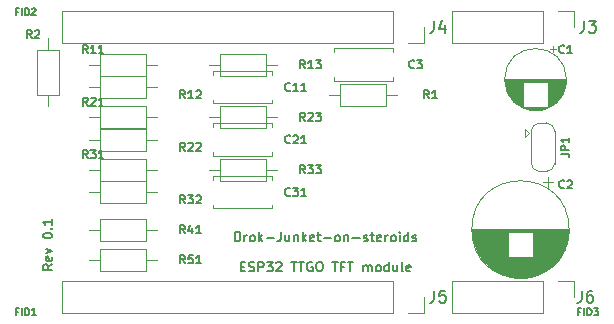
<source format=gto>
G04 #@! TF.GenerationSoftware,KiCad,Pcbnew,(5.1.6-0-10_14)*
G04 #@! TF.CreationDate,2021-03-18T20:19:54+00:00*
G04 #@! TF.ProjectId,JunketOnSteroidsTTGO,4a756e6b-6574-44f6-9e53-7465726f6964,rev?*
G04 #@! TF.SameCoordinates,Original*
G04 #@! TF.FileFunction,Legend,Top*
G04 #@! TF.FilePolarity,Positive*
%FSLAX46Y46*%
G04 Gerber Fmt 4.6, Leading zero omitted, Abs format (unit mm)*
G04 Created by KiCad (PCBNEW (5.1.6-0-10_14)) date 2021-03-18 20:19:54*
%MOMM*%
%LPD*%
G01*
G04 APERTURE LIST*
%ADD10C,0.150000*%
%ADD11C,0.120000*%
G04 APERTURE END LIST*
D10*
X107754047Y-100272857D02*
X108020714Y-100272857D01*
X108135000Y-100691904D02*
X107754047Y-100691904D01*
X107754047Y-99891904D01*
X108135000Y-99891904D01*
X108439761Y-100653809D02*
X108554047Y-100691904D01*
X108744523Y-100691904D01*
X108820714Y-100653809D01*
X108858809Y-100615714D01*
X108896904Y-100539523D01*
X108896904Y-100463333D01*
X108858809Y-100387142D01*
X108820714Y-100349047D01*
X108744523Y-100310952D01*
X108592142Y-100272857D01*
X108515952Y-100234761D01*
X108477857Y-100196666D01*
X108439761Y-100120476D01*
X108439761Y-100044285D01*
X108477857Y-99968095D01*
X108515952Y-99930000D01*
X108592142Y-99891904D01*
X108782619Y-99891904D01*
X108896904Y-99930000D01*
X109239761Y-100691904D02*
X109239761Y-99891904D01*
X109544523Y-99891904D01*
X109620714Y-99930000D01*
X109658809Y-99968095D01*
X109696904Y-100044285D01*
X109696904Y-100158571D01*
X109658809Y-100234761D01*
X109620714Y-100272857D01*
X109544523Y-100310952D01*
X109239761Y-100310952D01*
X109963571Y-99891904D02*
X110458809Y-99891904D01*
X110192142Y-100196666D01*
X110306428Y-100196666D01*
X110382619Y-100234761D01*
X110420714Y-100272857D01*
X110458809Y-100349047D01*
X110458809Y-100539523D01*
X110420714Y-100615714D01*
X110382619Y-100653809D01*
X110306428Y-100691904D01*
X110077857Y-100691904D01*
X110001666Y-100653809D01*
X109963571Y-100615714D01*
X110763571Y-99968095D02*
X110801666Y-99930000D01*
X110877857Y-99891904D01*
X111068333Y-99891904D01*
X111144523Y-99930000D01*
X111182619Y-99968095D01*
X111220714Y-100044285D01*
X111220714Y-100120476D01*
X111182619Y-100234761D01*
X110725476Y-100691904D01*
X111220714Y-100691904D01*
X112058809Y-99891904D02*
X112515952Y-99891904D01*
X112287380Y-100691904D02*
X112287380Y-99891904D01*
X112668333Y-99891904D02*
X113125476Y-99891904D01*
X112896904Y-100691904D02*
X112896904Y-99891904D01*
X113811190Y-99930000D02*
X113735000Y-99891904D01*
X113620714Y-99891904D01*
X113506428Y-99930000D01*
X113430238Y-100006190D01*
X113392142Y-100082380D01*
X113354047Y-100234761D01*
X113354047Y-100349047D01*
X113392142Y-100501428D01*
X113430238Y-100577619D01*
X113506428Y-100653809D01*
X113620714Y-100691904D01*
X113696904Y-100691904D01*
X113811190Y-100653809D01*
X113849285Y-100615714D01*
X113849285Y-100349047D01*
X113696904Y-100349047D01*
X114344523Y-99891904D02*
X114496904Y-99891904D01*
X114573095Y-99930000D01*
X114649285Y-100006190D01*
X114687380Y-100158571D01*
X114687380Y-100425238D01*
X114649285Y-100577619D01*
X114573095Y-100653809D01*
X114496904Y-100691904D01*
X114344523Y-100691904D01*
X114268333Y-100653809D01*
X114192142Y-100577619D01*
X114154047Y-100425238D01*
X114154047Y-100158571D01*
X114192142Y-100006190D01*
X114268333Y-99930000D01*
X114344523Y-99891904D01*
X115525476Y-99891904D02*
X115982619Y-99891904D01*
X115754047Y-100691904D02*
X115754047Y-99891904D01*
X116515952Y-100272857D02*
X116249285Y-100272857D01*
X116249285Y-100691904D02*
X116249285Y-99891904D01*
X116630238Y-99891904D01*
X116820714Y-99891904D02*
X117277857Y-99891904D01*
X117049285Y-100691904D02*
X117049285Y-99891904D01*
X118154047Y-100691904D02*
X118154047Y-100158571D01*
X118154047Y-100234761D02*
X118192142Y-100196666D01*
X118268333Y-100158571D01*
X118382619Y-100158571D01*
X118458809Y-100196666D01*
X118496904Y-100272857D01*
X118496904Y-100691904D01*
X118496904Y-100272857D02*
X118535000Y-100196666D01*
X118611190Y-100158571D01*
X118725476Y-100158571D01*
X118801666Y-100196666D01*
X118839761Y-100272857D01*
X118839761Y-100691904D01*
X119335000Y-100691904D02*
X119258809Y-100653809D01*
X119220714Y-100615714D01*
X119182619Y-100539523D01*
X119182619Y-100310952D01*
X119220714Y-100234761D01*
X119258809Y-100196666D01*
X119335000Y-100158571D01*
X119449285Y-100158571D01*
X119525476Y-100196666D01*
X119563571Y-100234761D01*
X119601666Y-100310952D01*
X119601666Y-100539523D01*
X119563571Y-100615714D01*
X119525476Y-100653809D01*
X119449285Y-100691904D01*
X119335000Y-100691904D01*
X120287380Y-100691904D02*
X120287380Y-99891904D01*
X120287380Y-100653809D02*
X120211190Y-100691904D01*
X120058809Y-100691904D01*
X119982619Y-100653809D01*
X119944523Y-100615714D01*
X119906428Y-100539523D01*
X119906428Y-100310952D01*
X119944523Y-100234761D01*
X119982619Y-100196666D01*
X120058809Y-100158571D01*
X120211190Y-100158571D01*
X120287380Y-100196666D01*
X121011190Y-100158571D02*
X121011190Y-100691904D01*
X120668333Y-100158571D02*
X120668333Y-100577619D01*
X120706428Y-100653809D01*
X120782619Y-100691904D01*
X120896904Y-100691904D01*
X120973095Y-100653809D01*
X121011190Y-100615714D01*
X121506428Y-100691904D02*
X121430238Y-100653809D01*
X121392142Y-100577619D01*
X121392142Y-99891904D01*
X122115952Y-100653809D02*
X122039761Y-100691904D01*
X121887380Y-100691904D01*
X121811190Y-100653809D01*
X121773095Y-100577619D01*
X121773095Y-100272857D01*
X121811190Y-100196666D01*
X121887380Y-100158571D01*
X122039761Y-100158571D01*
X122115952Y-100196666D01*
X122154047Y-100272857D01*
X122154047Y-100349047D01*
X121773095Y-100425238D01*
X107277857Y-98151904D02*
X107277857Y-97351904D01*
X107468333Y-97351904D01*
X107582619Y-97390000D01*
X107658809Y-97466190D01*
X107696904Y-97542380D01*
X107735000Y-97694761D01*
X107735000Y-97809047D01*
X107696904Y-97961428D01*
X107658809Y-98037619D01*
X107582619Y-98113809D01*
X107468333Y-98151904D01*
X107277857Y-98151904D01*
X108077857Y-98151904D02*
X108077857Y-97618571D01*
X108077857Y-97770952D02*
X108115952Y-97694761D01*
X108154047Y-97656666D01*
X108230238Y-97618571D01*
X108306428Y-97618571D01*
X108687380Y-98151904D02*
X108611190Y-98113809D01*
X108573095Y-98075714D01*
X108535000Y-97999523D01*
X108535000Y-97770952D01*
X108573095Y-97694761D01*
X108611190Y-97656666D01*
X108687380Y-97618571D01*
X108801666Y-97618571D01*
X108877857Y-97656666D01*
X108915952Y-97694761D01*
X108954047Y-97770952D01*
X108954047Y-97999523D01*
X108915952Y-98075714D01*
X108877857Y-98113809D01*
X108801666Y-98151904D01*
X108687380Y-98151904D01*
X109296904Y-98151904D02*
X109296904Y-97351904D01*
X109373095Y-97847142D02*
X109601666Y-98151904D01*
X109601666Y-97618571D02*
X109296904Y-97923333D01*
X109944523Y-97847142D02*
X110554047Y-97847142D01*
X111163571Y-97351904D02*
X111163571Y-97923333D01*
X111125476Y-98037619D01*
X111049285Y-98113809D01*
X110935000Y-98151904D01*
X110858809Y-98151904D01*
X111887380Y-97618571D02*
X111887380Y-98151904D01*
X111544523Y-97618571D02*
X111544523Y-98037619D01*
X111582619Y-98113809D01*
X111658809Y-98151904D01*
X111773095Y-98151904D01*
X111849285Y-98113809D01*
X111887380Y-98075714D01*
X112268333Y-97618571D02*
X112268333Y-98151904D01*
X112268333Y-97694761D02*
X112306428Y-97656666D01*
X112382619Y-97618571D01*
X112496904Y-97618571D01*
X112573095Y-97656666D01*
X112611190Y-97732857D01*
X112611190Y-98151904D01*
X112992142Y-98151904D02*
X112992142Y-97351904D01*
X113068333Y-97847142D02*
X113296904Y-98151904D01*
X113296904Y-97618571D02*
X112992142Y-97923333D01*
X113944523Y-98113809D02*
X113868333Y-98151904D01*
X113715952Y-98151904D01*
X113639761Y-98113809D01*
X113601666Y-98037619D01*
X113601666Y-97732857D01*
X113639761Y-97656666D01*
X113715952Y-97618571D01*
X113868333Y-97618571D01*
X113944523Y-97656666D01*
X113982619Y-97732857D01*
X113982619Y-97809047D01*
X113601666Y-97885238D01*
X114211190Y-97618571D02*
X114515952Y-97618571D01*
X114325476Y-97351904D02*
X114325476Y-98037619D01*
X114363571Y-98113809D01*
X114439761Y-98151904D01*
X114515952Y-98151904D01*
X114782619Y-97847142D02*
X115392142Y-97847142D01*
X115887380Y-98151904D02*
X115811190Y-98113809D01*
X115773095Y-98075714D01*
X115735000Y-97999523D01*
X115735000Y-97770952D01*
X115773095Y-97694761D01*
X115811190Y-97656666D01*
X115887380Y-97618571D01*
X116001666Y-97618571D01*
X116077857Y-97656666D01*
X116115952Y-97694761D01*
X116154047Y-97770952D01*
X116154047Y-97999523D01*
X116115952Y-98075714D01*
X116077857Y-98113809D01*
X116001666Y-98151904D01*
X115887380Y-98151904D01*
X116496904Y-97618571D02*
X116496904Y-98151904D01*
X116496904Y-97694761D02*
X116535000Y-97656666D01*
X116611190Y-97618571D01*
X116725476Y-97618571D01*
X116801666Y-97656666D01*
X116839761Y-97732857D01*
X116839761Y-98151904D01*
X117220714Y-97847142D02*
X117830238Y-97847142D01*
X118173095Y-98113809D02*
X118249285Y-98151904D01*
X118401666Y-98151904D01*
X118477857Y-98113809D01*
X118515952Y-98037619D01*
X118515952Y-97999523D01*
X118477857Y-97923333D01*
X118401666Y-97885238D01*
X118287380Y-97885238D01*
X118211190Y-97847142D01*
X118173095Y-97770952D01*
X118173095Y-97732857D01*
X118211190Y-97656666D01*
X118287380Y-97618571D01*
X118401666Y-97618571D01*
X118477857Y-97656666D01*
X118744523Y-97618571D02*
X119049285Y-97618571D01*
X118858809Y-97351904D02*
X118858809Y-98037619D01*
X118896904Y-98113809D01*
X118973095Y-98151904D01*
X119049285Y-98151904D01*
X119620714Y-98113809D02*
X119544523Y-98151904D01*
X119392142Y-98151904D01*
X119315952Y-98113809D01*
X119277857Y-98037619D01*
X119277857Y-97732857D01*
X119315952Y-97656666D01*
X119392142Y-97618571D01*
X119544523Y-97618571D01*
X119620714Y-97656666D01*
X119658809Y-97732857D01*
X119658809Y-97809047D01*
X119277857Y-97885238D01*
X120001666Y-98151904D02*
X120001666Y-97618571D01*
X120001666Y-97770952D02*
X120039761Y-97694761D01*
X120077857Y-97656666D01*
X120154047Y-97618571D01*
X120230238Y-97618571D01*
X120611190Y-98151904D02*
X120535000Y-98113809D01*
X120496904Y-98075714D01*
X120458809Y-97999523D01*
X120458809Y-97770952D01*
X120496904Y-97694761D01*
X120535000Y-97656666D01*
X120611190Y-97618571D01*
X120725476Y-97618571D01*
X120801666Y-97656666D01*
X120839761Y-97694761D01*
X120877857Y-97770952D01*
X120877857Y-97999523D01*
X120839761Y-98075714D01*
X120801666Y-98113809D01*
X120725476Y-98151904D01*
X120611190Y-98151904D01*
X121220714Y-98151904D02*
X121220714Y-97618571D01*
X121220714Y-97351904D02*
X121182619Y-97390000D01*
X121220714Y-97428095D01*
X121258809Y-97390000D01*
X121220714Y-97351904D01*
X121220714Y-97428095D01*
X121944523Y-98151904D02*
X121944523Y-97351904D01*
X121944523Y-98113809D02*
X121868333Y-98151904D01*
X121715952Y-98151904D01*
X121639761Y-98113809D01*
X121601666Y-98075714D01*
X121563571Y-97999523D01*
X121563571Y-97770952D01*
X121601666Y-97694761D01*
X121639761Y-97656666D01*
X121715952Y-97618571D01*
X121868333Y-97618571D01*
X121944523Y-97656666D01*
X122287380Y-98113809D02*
X122363571Y-98151904D01*
X122515952Y-98151904D01*
X122592142Y-98113809D01*
X122630238Y-98037619D01*
X122630238Y-97999523D01*
X122592142Y-97923333D01*
X122515952Y-97885238D01*
X122401666Y-97885238D01*
X122325476Y-97847142D01*
X122287380Y-97770952D01*
X122287380Y-97732857D01*
X122325476Y-97656666D01*
X122401666Y-97618571D01*
X122515952Y-97618571D01*
X122592142Y-97656666D01*
X91801904Y-100082142D02*
X91420952Y-100348809D01*
X91801904Y-100539285D02*
X91001904Y-100539285D01*
X91001904Y-100234523D01*
X91040000Y-100158333D01*
X91078095Y-100120238D01*
X91154285Y-100082142D01*
X91268571Y-100082142D01*
X91344761Y-100120238D01*
X91382857Y-100158333D01*
X91420952Y-100234523D01*
X91420952Y-100539285D01*
X91763809Y-99434523D02*
X91801904Y-99510714D01*
X91801904Y-99663095D01*
X91763809Y-99739285D01*
X91687619Y-99777380D01*
X91382857Y-99777380D01*
X91306666Y-99739285D01*
X91268571Y-99663095D01*
X91268571Y-99510714D01*
X91306666Y-99434523D01*
X91382857Y-99396428D01*
X91459047Y-99396428D01*
X91535238Y-99777380D01*
X91268571Y-99129761D02*
X91801904Y-98939285D01*
X91268571Y-98748809D01*
X91001904Y-97682142D02*
X91001904Y-97605952D01*
X91040000Y-97529761D01*
X91078095Y-97491666D01*
X91154285Y-97453571D01*
X91306666Y-97415476D01*
X91497142Y-97415476D01*
X91649523Y-97453571D01*
X91725714Y-97491666D01*
X91763809Y-97529761D01*
X91801904Y-97605952D01*
X91801904Y-97682142D01*
X91763809Y-97758333D01*
X91725714Y-97796428D01*
X91649523Y-97834523D01*
X91497142Y-97872619D01*
X91306666Y-97872619D01*
X91154285Y-97834523D01*
X91078095Y-97796428D01*
X91040000Y-97758333D01*
X91001904Y-97682142D01*
X91725714Y-97072619D02*
X91763809Y-97034523D01*
X91801904Y-97072619D01*
X91763809Y-97110714D01*
X91725714Y-97072619D01*
X91801904Y-97072619D01*
X91801904Y-96272619D02*
X91801904Y-96729761D01*
X91801904Y-96501190D02*
X91001904Y-96501190D01*
X91116190Y-96577380D01*
X91192380Y-96653571D01*
X91230476Y-96729761D01*
D11*
G04 #@! TO.C,JP1*
X134350000Y-88770000D02*
X134350000Y-91570000D01*
X133650000Y-92220000D02*
X133050000Y-92220000D01*
X132350000Y-91570000D02*
X132350000Y-88770000D01*
X133050000Y-88120000D02*
X133650000Y-88120000D01*
X132150000Y-88970000D02*
X131850000Y-88670000D01*
X131850000Y-88670000D02*
X131850000Y-89270000D01*
X132150000Y-88970000D02*
X131850000Y-89270000D01*
X133650000Y-88120000D02*
G75*
G02*
X134350000Y-88820000I0J-700000D01*
G01*
X132350000Y-88820000D02*
G75*
G02*
X133050000Y-88120000I700000J0D01*
G01*
X133050000Y-92220000D02*
G75*
G02*
X132350000Y-91520000I0J700000D01*
G01*
X134350000Y-91520000D02*
G75*
G02*
X133650000Y-92220000I-700000J0D01*
G01*
G04 #@! TO.C,C31*
X110380000Y-95035000D02*
X110380000Y-95350000D01*
X110380000Y-92610000D02*
X110380000Y-92925000D01*
X105440000Y-95035000D02*
X105440000Y-95350000D01*
X105440000Y-92610000D02*
X105440000Y-92925000D01*
X105440000Y-95350000D02*
X110380000Y-95350000D01*
X105440000Y-92610000D02*
X110380000Y-92610000D01*
G04 #@! TO.C,C21*
X110380000Y-90590000D02*
X110380000Y-90905000D01*
X110380000Y-88165000D02*
X110380000Y-88480000D01*
X105440000Y-90590000D02*
X105440000Y-90905000D01*
X105440000Y-88165000D02*
X105440000Y-88480000D01*
X105440000Y-90905000D02*
X110380000Y-90905000D01*
X105440000Y-88165000D02*
X110380000Y-88165000D01*
G04 #@! TO.C,C11*
X110380000Y-86145000D02*
X110380000Y-86460000D01*
X110380000Y-83720000D02*
X110380000Y-84035000D01*
X105440000Y-86145000D02*
X105440000Y-86460000D01*
X105440000Y-83720000D02*
X105440000Y-84035000D01*
X105440000Y-86460000D02*
X110380000Y-86460000D01*
X105440000Y-83720000D02*
X110380000Y-83720000D01*
G04 #@! TO.C,C3*
X115680000Y-82130000D02*
X115680000Y-81815000D01*
X115680000Y-84555000D02*
X115680000Y-84240000D01*
X120620000Y-82130000D02*
X120620000Y-81815000D01*
X120620000Y-84555000D02*
X120620000Y-84240000D01*
X120620000Y-81815000D02*
X115680000Y-81815000D01*
X120620000Y-84555000D02*
X115680000Y-84555000D01*
G04 #@! TO.C,R51*
X100660000Y-99695000D02*
X99710000Y-99695000D01*
X94920000Y-99695000D02*
X95870000Y-99695000D01*
X99710000Y-98775000D02*
X95870000Y-98775000D01*
X99710000Y-100615000D02*
X99710000Y-98775000D01*
X95870000Y-100615000D02*
X99710000Y-100615000D01*
X95870000Y-98775000D02*
X95870000Y-100615000D01*
G04 #@! TO.C,R41*
X100660000Y-97155000D02*
X99710000Y-97155000D01*
X94920000Y-97155000D02*
X95870000Y-97155000D01*
X99710000Y-96235000D02*
X95870000Y-96235000D01*
X99710000Y-98075000D02*
X99710000Y-96235000D01*
X95870000Y-98075000D02*
X99710000Y-98075000D01*
X95870000Y-96235000D02*
X95870000Y-98075000D01*
G04 #@! TO.C,R33*
X105080000Y-92075000D02*
X106030000Y-92075000D01*
X110820000Y-92075000D02*
X109870000Y-92075000D01*
X106030000Y-92995000D02*
X109870000Y-92995000D01*
X106030000Y-91155000D02*
X106030000Y-92995000D01*
X109870000Y-91155000D02*
X106030000Y-91155000D01*
X109870000Y-92995000D02*
X109870000Y-91155000D01*
G04 #@! TO.C,R32*
X94920000Y-93980000D02*
X95870000Y-93980000D01*
X100660000Y-93980000D02*
X99710000Y-93980000D01*
X95870000Y-94900000D02*
X99710000Y-94900000D01*
X95870000Y-93060000D02*
X95870000Y-94900000D01*
X99710000Y-93060000D02*
X95870000Y-93060000D01*
X99710000Y-94900000D02*
X99710000Y-93060000D01*
G04 #@! TO.C,R31*
X94920000Y-92075000D02*
X95870000Y-92075000D01*
X100660000Y-92075000D02*
X99710000Y-92075000D01*
X95870000Y-92995000D02*
X99710000Y-92995000D01*
X95870000Y-91155000D02*
X95870000Y-92995000D01*
X99710000Y-91155000D02*
X95870000Y-91155000D01*
X99710000Y-92995000D02*
X99710000Y-91155000D01*
G04 #@! TO.C,R23*
X105080000Y-87630000D02*
X106030000Y-87630000D01*
X110820000Y-87630000D02*
X109870000Y-87630000D01*
X106030000Y-88550000D02*
X109870000Y-88550000D01*
X106030000Y-86710000D02*
X106030000Y-88550000D01*
X109870000Y-86710000D02*
X106030000Y-86710000D01*
X109870000Y-88550000D02*
X109870000Y-86710000D01*
G04 #@! TO.C,R22*
X94920000Y-89535000D02*
X95870000Y-89535000D01*
X100660000Y-89535000D02*
X99710000Y-89535000D01*
X95870000Y-90455000D02*
X99710000Y-90455000D01*
X95870000Y-88615000D02*
X95870000Y-90455000D01*
X99710000Y-88615000D02*
X95870000Y-88615000D01*
X99710000Y-90455000D02*
X99710000Y-88615000D01*
G04 #@! TO.C,R21*
X94920000Y-87630000D02*
X95870000Y-87630000D01*
X100660000Y-87630000D02*
X99710000Y-87630000D01*
X95870000Y-88550000D02*
X99710000Y-88550000D01*
X95870000Y-86710000D02*
X95870000Y-88550000D01*
X99710000Y-86710000D02*
X95870000Y-86710000D01*
X99710000Y-88550000D02*
X99710000Y-86710000D01*
G04 #@! TO.C,R13*
X105080000Y-83185000D02*
X106030000Y-83185000D01*
X110820000Y-83185000D02*
X109870000Y-83185000D01*
X106030000Y-84105000D02*
X109870000Y-84105000D01*
X106030000Y-82265000D02*
X106030000Y-84105000D01*
X109870000Y-82265000D02*
X106030000Y-82265000D01*
X109870000Y-84105000D02*
X109870000Y-82265000D01*
G04 #@! TO.C,R12*
X94920000Y-85090000D02*
X95870000Y-85090000D01*
X100660000Y-85090000D02*
X99710000Y-85090000D01*
X95870000Y-86010000D02*
X99710000Y-86010000D01*
X95870000Y-84170000D02*
X95870000Y-86010000D01*
X99710000Y-84170000D02*
X95870000Y-84170000D01*
X99710000Y-86010000D02*
X99710000Y-84170000D01*
G04 #@! TO.C,R11*
X94920000Y-83185000D02*
X95870000Y-83185000D01*
X100660000Y-83185000D02*
X99710000Y-83185000D01*
X95870000Y-84105000D02*
X99710000Y-84105000D01*
X95870000Y-82265000D02*
X95870000Y-84105000D01*
X99710000Y-82265000D02*
X95870000Y-82265000D01*
X99710000Y-84105000D02*
X99710000Y-82265000D01*
G04 #@! TO.C,R2*
X91440000Y-86690000D02*
X91440000Y-85740000D01*
X91440000Y-80950000D02*
X91440000Y-81900000D01*
X92360000Y-85740000D02*
X92360000Y-81900000D01*
X90520000Y-85740000D02*
X92360000Y-85740000D01*
X90520000Y-81900000D02*
X90520000Y-85740000D01*
X92360000Y-81900000D02*
X90520000Y-81900000D01*
G04 #@! TO.C,R1*
X115240000Y-85725000D02*
X116190000Y-85725000D01*
X120980000Y-85725000D02*
X120030000Y-85725000D01*
X116190000Y-86645000D02*
X120030000Y-86645000D01*
X116190000Y-84805000D02*
X116190000Y-86645000D01*
X120030000Y-84805000D02*
X116190000Y-84805000D01*
X120030000Y-86645000D02*
X120030000Y-84805000D01*
G04 #@! TO.C,J6*
X135950000Y-101540000D02*
X135950000Y-102870000D01*
X134620000Y-101540000D02*
X135950000Y-101540000D01*
X133350000Y-101540000D02*
X133350000Y-104200000D01*
X133350000Y-104200000D02*
X125670000Y-104200000D01*
X133350000Y-101540000D02*
X125670000Y-101540000D01*
X125670000Y-101540000D02*
X125670000Y-104200000D01*
G04 #@! TO.C,J5*
X123250000Y-102870000D02*
X123250000Y-104200000D01*
X123250000Y-104200000D02*
X121920000Y-104200000D01*
X120650000Y-104200000D02*
X92650000Y-104200000D01*
X92650000Y-101540000D02*
X92650000Y-104200000D01*
X120650000Y-101540000D02*
X92650000Y-101540000D01*
X120650000Y-101540000D02*
X120650000Y-104200000D01*
G04 #@! TO.C,J4*
X123250000Y-80010000D02*
X123250000Y-81340000D01*
X123250000Y-81340000D02*
X121920000Y-81340000D01*
X120650000Y-81340000D02*
X92650000Y-81340000D01*
X92650000Y-78680000D02*
X92650000Y-81340000D01*
X120650000Y-78680000D02*
X92650000Y-78680000D01*
X120650000Y-78680000D02*
X120650000Y-81340000D01*
G04 #@! TO.C,J3*
X135950000Y-78680000D02*
X135950000Y-80010000D01*
X134620000Y-78680000D02*
X135950000Y-78680000D01*
X133350000Y-78680000D02*
X133350000Y-81340000D01*
X133350000Y-81340000D02*
X125670000Y-81340000D01*
X133350000Y-78680000D02*
X125670000Y-78680000D01*
X125670000Y-78680000D02*
X125670000Y-81340000D01*
G04 #@! TO.C,C2*
X134160000Y-93125302D02*
X133360000Y-93125302D01*
X133760000Y-92725302D02*
X133760000Y-93525302D01*
X131978000Y-101216000D02*
X130912000Y-101216000D01*
X132213000Y-101176000D02*
X130677000Y-101176000D01*
X132393000Y-101136000D02*
X130497000Y-101136000D01*
X132543000Y-101096000D02*
X130347000Y-101096000D01*
X132674000Y-101056000D02*
X130216000Y-101056000D01*
X132791000Y-101016000D02*
X130099000Y-101016000D01*
X132898000Y-100976000D02*
X129992000Y-100976000D01*
X132997000Y-100936000D02*
X129893000Y-100936000D01*
X133090000Y-100896000D02*
X129800000Y-100896000D01*
X133176000Y-100856000D02*
X129714000Y-100856000D01*
X133258000Y-100816000D02*
X129632000Y-100816000D01*
X133335000Y-100776000D02*
X129555000Y-100776000D01*
X133409000Y-100736000D02*
X129481000Y-100736000D01*
X133479000Y-100696000D02*
X129411000Y-100696000D01*
X133547000Y-100656000D02*
X129343000Y-100656000D01*
X133611000Y-100616000D02*
X129279000Y-100616000D01*
X133673000Y-100576000D02*
X129217000Y-100576000D01*
X133732000Y-100536000D02*
X129158000Y-100536000D01*
X133790000Y-100496000D02*
X129100000Y-100496000D01*
X133845000Y-100456000D02*
X129045000Y-100456000D01*
X133899000Y-100416000D02*
X128991000Y-100416000D01*
X133950000Y-100376000D02*
X128940000Y-100376000D01*
X134001000Y-100336000D02*
X128889000Y-100336000D01*
X134049000Y-100296000D02*
X128841000Y-100296000D01*
X134096000Y-100256000D02*
X128794000Y-100256000D01*
X134142000Y-100216000D02*
X128748000Y-100216000D01*
X134186000Y-100176000D02*
X128704000Y-100176000D01*
X134229000Y-100136000D02*
X128661000Y-100136000D01*
X134271000Y-100096000D02*
X128619000Y-100096000D01*
X134312000Y-100056000D02*
X128578000Y-100056000D01*
X134352000Y-100016000D02*
X128538000Y-100016000D01*
X134390000Y-99976000D02*
X128500000Y-99976000D01*
X134428000Y-99936000D02*
X128462000Y-99936000D01*
X134464000Y-99896000D02*
X128426000Y-99896000D01*
X134500000Y-99856000D02*
X128390000Y-99856000D01*
X134535000Y-99816000D02*
X128355000Y-99816000D01*
X134569000Y-99776000D02*
X128321000Y-99776000D01*
X134601000Y-99736000D02*
X128289000Y-99736000D01*
X134634000Y-99696000D02*
X128256000Y-99696000D01*
X134665000Y-99656000D02*
X128225000Y-99656000D01*
X134695000Y-99616000D02*
X128195000Y-99616000D01*
X134725000Y-99576000D02*
X128165000Y-99576000D01*
X134754000Y-99536000D02*
X128136000Y-99536000D01*
X134783000Y-99496000D02*
X128107000Y-99496000D01*
X134810000Y-99456000D02*
X128080000Y-99456000D01*
X130405000Y-99416000D02*
X128053000Y-99416000D01*
X134837000Y-99416000D02*
X132485000Y-99416000D01*
X130405000Y-99376000D02*
X128027000Y-99376000D01*
X134863000Y-99376000D02*
X132485000Y-99376000D01*
X130405000Y-99336000D02*
X128001000Y-99336000D01*
X134889000Y-99336000D02*
X132485000Y-99336000D01*
X130405000Y-99296000D02*
X127976000Y-99296000D01*
X134914000Y-99296000D02*
X132485000Y-99296000D01*
X130405000Y-99256000D02*
X127952000Y-99256000D01*
X134938000Y-99256000D02*
X132485000Y-99256000D01*
X130405000Y-99216000D02*
X127928000Y-99216000D01*
X134962000Y-99216000D02*
X132485000Y-99216000D01*
X130405000Y-99176000D02*
X127905000Y-99176000D01*
X134985000Y-99176000D02*
X132485000Y-99176000D01*
X130405000Y-99136000D02*
X127883000Y-99136000D01*
X135007000Y-99136000D02*
X132485000Y-99136000D01*
X130405000Y-99096000D02*
X127861000Y-99096000D01*
X135029000Y-99096000D02*
X132485000Y-99096000D01*
X130405000Y-99056000D02*
X127839000Y-99056000D01*
X135051000Y-99056000D02*
X132485000Y-99056000D01*
X130405000Y-99016000D02*
X127818000Y-99016000D01*
X135072000Y-99016000D02*
X132485000Y-99016000D01*
X130405000Y-98976000D02*
X127798000Y-98976000D01*
X135092000Y-98976000D02*
X132485000Y-98976000D01*
X130405000Y-98936000D02*
X127779000Y-98936000D01*
X135111000Y-98936000D02*
X132485000Y-98936000D01*
X130405000Y-98896000D02*
X127759000Y-98896000D01*
X135131000Y-98896000D02*
X132485000Y-98896000D01*
X130405000Y-98856000D02*
X127741000Y-98856000D01*
X135149000Y-98856000D02*
X132485000Y-98856000D01*
X130405000Y-98816000D02*
X127723000Y-98816000D01*
X135167000Y-98816000D02*
X132485000Y-98816000D01*
X130405000Y-98776000D02*
X127705000Y-98776000D01*
X135185000Y-98776000D02*
X132485000Y-98776000D01*
X130405000Y-98736000D02*
X127688000Y-98736000D01*
X135202000Y-98736000D02*
X132485000Y-98736000D01*
X130405000Y-98696000D02*
X127671000Y-98696000D01*
X135219000Y-98696000D02*
X132485000Y-98696000D01*
X130405000Y-98656000D02*
X127655000Y-98656000D01*
X135235000Y-98656000D02*
X132485000Y-98656000D01*
X130405000Y-98616000D02*
X127640000Y-98616000D01*
X135250000Y-98616000D02*
X132485000Y-98616000D01*
X130405000Y-98576000D02*
X127624000Y-98576000D01*
X135266000Y-98576000D02*
X132485000Y-98576000D01*
X130405000Y-98536000D02*
X127610000Y-98536000D01*
X135280000Y-98536000D02*
X132485000Y-98536000D01*
X130405000Y-98496000D02*
X127595000Y-98496000D01*
X135295000Y-98496000D02*
X132485000Y-98496000D01*
X130405000Y-98456000D02*
X127582000Y-98456000D01*
X135308000Y-98456000D02*
X132485000Y-98456000D01*
X130405000Y-98416000D02*
X127568000Y-98416000D01*
X135322000Y-98416000D02*
X132485000Y-98416000D01*
X130405000Y-98376000D02*
X127556000Y-98376000D01*
X135334000Y-98376000D02*
X132485000Y-98376000D01*
X130405000Y-98336000D02*
X127543000Y-98336000D01*
X135347000Y-98336000D02*
X132485000Y-98336000D01*
X130405000Y-98296000D02*
X127531000Y-98296000D01*
X135359000Y-98296000D02*
X132485000Y-98296000D01*
X130405000Y-98256000D02*
X127520000Y-98256000D01*
X135370000Y-98256000D02*
X132485000Y-98256000D01*
X130405000Y-98216000D02*
X127509000Y-98216000D01*
X135381000Y-98216000D02*
X132485000Y-98216000D01*
X130405000Y-98176000D02*
X127498000Y-98176000D01*
X135392000Y-98176000D02*
X132485000Y-98176000D01*
X130405000Y-98136000D02*
X127488000Y-98136000D01*
X135402000Y-98136000D02*
X132485000Y-98136000D01*
X130405000Y-98096000D02*
X127478000Y-98096000D01*
X135412000Y-98096000D02*
X132485000Y-98096000D01*
X130405000Y-98056000D02*
X127469000Y-98056000D01*
X135421000Y-98056000D02*
X132485000Y-98056000D01*
X130405000Y-98016000D02*
X127460000Y-98016000D01*
X135430000Y-98016000D02*
X132485000Y-98016000D01*
X130405000Y-97976000D02*
X127451000Y-97976000D01*
X135439000Y-97976000D02*
X132485000Y-97976000D01*
X130405000Y-97936000D02*
X127443000Y-97936000D01*
X135447000Y-97936000D02*
X132485000Y-97936000D01*
X130405000Y-97896000D02*
X127435000Y-97896000D01*
X135455000Y-97896000D02*
X132485000Y-97896000D01*
X130405000Y-97856000D02*
X127428000Y-97856000D01*
X135462000Y-97856000D02*
X132485000Y-97856000D01*
X130405000Y-97815000D02*
X127421000Y-97815000D01*
X135469000Y-97815000D02*
X132485000Y-97815000D01*
X130405000Y-97775000D02*
X127415000Y-97775000D01*
X135475000Y-97775000D02*
X132485000Y-97775000D01*
X130405000Y-97735000D02*
X127408000Y-97735000D01*
X135482000Y-97735000D02*
X132485000Y-97735000D01*
X130405000Y-97695000D02*
X127403000Y-97695000D01*
X135487000Y-97695000D02*
X132485000Y-97695000D01*
X130405000Y-97655000D02*
X127397000Y-97655000D01*
X135493000Y-97655000D02*
X132485000Y-97655000D01*
X130405000Y-97615000D02*
X127393000Y-97615000D01*
X135497000Y-97615000D02*
X132485000Y-97615000D01*
X130405000Y-97575000D02*
X127388000Y-97575000D01*
X135502000Y-97575000D02*
X132485000Y-97575000D01*
X130405000Y-97535000D02*
X127384000Y-97535000D01*
X135506000Y-97535000D02*
X132485000Y-97535000D01*
X130405000Y-97495000D02*
X127380000Y-97495000D01*
X135510000Y-97495000D02*
X132485000Y-97495000D01*
X130405000Y-97455000D02*
X127377000Y-97455000D01*
X135513000Y-97455000D02*
X132485000Y-97455000D01*
X130405000Y-97415000D02*
X127374000Y-97415000D01*
X135516000Y-97415000D02*
X132485000Y-97415000D01*
X130405000Y-97375000D02*
X127371000Y-97375000D01*
X135519000Y-97375000D02*
X132485000Y-97375000D01*
X135521000Y-97335000D02*
X127369000Y-97335000D01*
X135522000Y-97295000D02*
X127368000Y-97295000D01*
X135524000Y-97255000D02*
X127366000Y-97255000D01*
X135525000Y-97215000D02*
X127365000Y-97215000D01*
X135525000Y-97175000D02*
X127365000Y-97175000D01*
X135525000Y-97135000D02*
X127365000Y-97135000D01*
X135565000Y-97135000D02*
G75*
G03*
X135565000Y-97135000I-4120000J0D01*
G01*
G04 #@! TO.C,C1*
X134440000Y-81880225D02*
X133940000Y-81880225D01*
X134190000Y-81630225D02*
X134190000Y-82130225D01*
X132999000Y-87036000D02*
X132431000Y-87036000D01*
X133233000Y-86996000D02*
X132197000Y-86996000D01*
X133392000Y-86956000D02*
X132038000Y-86956000D01*
X133520000Y-86916000D02*
X131910000Y-86916000D01*
X133630000Y-86876000D02*
X131800000Y-86876000D01*
X133726000Y-86836000D02*
X131704000Y-86836000D01*
X133813000Y-86796000D02*
X131617000Y-86796000D01*
X133893000Y-86756000D02*
X131537000Y-86756000D01*
X131675000Y-86716000D02*
X131464000Y-86716000D01*
X133966000Y-86716000D02*
X133755000Y-86716000D01*
X131675000Y-86676000D02*
X131396000Y-86676000D01*
X134034000Y-86676000D02*
X133755000Y-86676000D01*
X131675000Y-86636000D02*
X131332000Y-86636000D01*
X134098000Y-86636000D02*
X133755000Y-86636000D01*
X131675000Y-86596000D02*
X131272000Y-86596000D01*
X134158000Y-86596000D02*
X133755000Y-86596000D01*
X131675000Y-86556000D02*
X131215000Y-86556000D01*
X134215000Y-86556000D02*
X133755000Y-86556000D01*
X131675000Y-86516000D02*
X131161000Y-86516000D01*
X134269000Y-86516000D02*
X133755000Y-86516000D01*
X131675000Y-86476000D02*
X131110000Y-86476000D01*
X134320000Y-86476000D02*
X133755000Y-86476000D01*
X131675000Y-86436000D02*
X131062000Y-86436000D01*
X134368000Y-86436000D02*
X133755000Y-86436000D01*
X131675000Y-86396000D02*
X131016000Y-86396000D01*
X134414000Y-86396000D02*
X133755000Y-86396000D01*
X131675000Y-86356000D02*
X130972000Y-86356000D01*
X134458000Y-86356000D02*
X133755000Y-86356000D01*
X131675000Y-86316000D02*
X130930000Y-86316000D01*
X134500000Y-86316000D02*
X133755000Y-86316000D01*
X131675000Y-86276000D02*
X130889000Y-86276000D01*
X134541000Y-86276000D02*
X133755000Y-86276000D01*
X131675000Y-86236000D02*
X130851000Y-86236000D01*
X134579000Y-86236000D02*
X133755000Y-86236000D01*
X131675000Y-86196000D02*
X130814000Y-86196000D01*
X134616000Y-86196000D02*
X133755000Y-86196000D01*
X131675000Y-86156000D02*
X130778000Y-86156000D01*
X134652000Y-86156000D02*
X133755000Y-86156000D01*
X131675000Y-86116000D02*
X130744000Y-86116000D01*
X134686000Y-86116000D02*
X133755000Y-86116000D01*
X131675000Y-86076000D02*
X130711000Y-86076000D01*
X134719000Y-86076000D02*
X133755000Y-86076000D01*
X131675000Y-86036000D02*
X130680000Y-86036000D01*
X134750000Y-86036000D02*
X133755000Y-86036000D01*
X131675000Y-85996000D02*
X130650000Y-85996000D01*
X134780000Y-85996000D02*
X133755000Y-85996000D01*
X131675000Y-85956000D02*
X130620000Y-85956000D01*
X134810000Y-85956000D02*
X133755000Y-85956000D01*
X131675000Y-85916000D02*
X130593000Y-85916000D01*
X134837000Y-85916000D02*
X133755000Y-85916000D01*
X131675000Y-85876000D02*
X130566000Y-85876000D01*
X134864000Y-85876000D02*
X133755000Y-85876000D01*
X131675000Y-85836000D02*
X130540000Y-85836000D01*
X134890000Y-85836000D02*
X133755000Y-85836000D01*
X131675000Y-85796000D02*
X130515000Y-85796000D01*
X134915000Y-85796000D02*
X133755000Y-85796000D01*
X131675000Y-85756000D02*
X130491000Y-85756000D01*
X134939000Y-85756000D02*
X133755000Y-85756000D01*
X131675000Y-85716000D02*
X130468000Y-85716000D01*
X134962000Y-85716000D02*
X133755000Y-85716000D01*
X131675000Y-85676000D02*
X130447000Y-85676000D01*
X134983000Y-85676000D02*
X133755000Y-85676000D01*
X131675000Y-85636000D02*
X130425000Y-85636000D01*
X135005000Y-85636000D02*
X133755000Y-85636000D01*
X131675000Y-85596000D02*
X130405000Y-85596000D01*
X135025000Y-85596000D02*
X133755000Y-85596000D01*
X131675000Y-85556000D02*
X130386000Y-85556000D01*
X135044000Y-85556000D02*
X133755000Y-85556000D01*
X131675000Y-85516000D02*
X130367000Y-85516000D01*
X135063000Y-85516000D02*
X133755000Y-85516000D01*
X131675000Y-85476000D02*
X130350000Y-85476000D01*
X135080000Y-85476000D02*
X133755000Y-85476000D01*
X131675000Y-85436000D02*
X130333000Y-85436000D01*
X135097000Y-85436000D02*
X133755000Y-85436000D01*
X131675000Y-85396000D02*
X130317000Y-85396000D01*
X135113000Y-85396000D02*
X133755000Y-85396000D01*
X131675000Y-85356000D02*
X130301000Y-85356000D01*
X135129000Y-85356000D02*
X133755000Y-85356000D01*
X131675000Y-85316000D02*
X130287000Y-85316000D01*
X135143000Y-85316000D02*
X133755000Y-85316000D01*
X131675000Y-85276000D02*
X130273000Y-85276000D01*
X135157000Y-85276000D02*
X133755000Y-85276000D01*
X131675000Y-85236000D02*
X130260000Y-85236000D01*
X135170000Y-85236000D02*
X133755000Y-85236000D01*
X131675000Y-85196000D02*
X130247000Y-85196000D01*
X135183000Y-85196000D02*
X133755000Y-85196000D01*
X131675000Y-85156000D02*
X130235000Y-85156000D01*
X135195000Y-85156000D02*
X133755000Y-85156000D01*
X131675000Y-85115000D02*
X130224000Y-85115000D01*
X135206000Y-85115000D02*
X133755000Y-85115000D01*
X131675000Y-85075000D02*
X130214000Y-85075000D01*
X135216000Y-85075000D02*
X133755000Y-85075000D01*
X131675000Y-85035000D02*
X130204000Y-85035000D01*
X135226000Y-85035000D02*
X133755000Y-85035000D01*
X131675000Y-84995000D02*
X130195000Y-84995000D01*
X135235000Y-84995000D02*
X133755000Y-84995000D01*
X131675000Y-84955000D02*
X130187000Y-84955000D01*
X135243000Y-84955000D02*
X133755000Y-84955000D01*
X131675000Y-84915000D02*
X130179000Y-84915000D01*
X135251000Y-84915000D02*
X133755000Y-84915000D01*
X131675000Y-84875000D02*
X130172000Y-84875000D01*
X135258000Y-84875000D02*
X133755000Y-84875000D01*
X131675000Y-84835000D02*
X130165000Y-84835000D01*
X135265000Y-84835000D02*
X133755000Y-84835000D01*
X131675000Y-84795000D02*
X130159000Y-84795000D01*
X135271000Y-84795000D02*
X133755000Y-84795000D01*
X131675000Y-84755000D02*
X130154000Y-84755000D01*
X135276000Y-84755000D02*
X133755000Y-84755000D01*
X131675000Y-84715000D02*
X130150000Y-84715000D01*
X135280000Y-84715000D02*
X133755000Y-84715000D01*
X131675000Y-84675000D02*
X130146000Y-84675000D01*
X135284000Y-84675000D02*
X133755000Y-84675000D01*
X135288000Y-84635000D02*
X130142000Y-84635000D01*
X135291000Y-84595000D02*
X130139000Y-84595000D01*
X135293000Y-84555000D02*
X130137000Y-84555000D01*
X135294000Y-84515000D02*
X130136000Y-84515000D01*
X135295000Y-84475000D02*
X130135000Y-84475000D01*
X135295000Y-84435000D02*
X130135000Y-84435000D01*
X135335000Y-84435000D02*
G75*
G03*
X135335000Y-84435000I-2620000J0D01*
G01*
G04 #@! TO.C,FID3*
D10*
X136517142Y-104097142D02*
X136317142Y-104097142D01*
X136317142Y-104411428D02*
X136317142Y-103811428D01*
X136602857Y-103811428D01*
X136831428Y-104411428D02*
X136831428Y-103811428D01*
X137117142Y-104411428D02*
X137117142Y-103811428D01*
X137260000Y-103811428D01*
X137345714Y-103840000D01*
X137402857Y-103897142D01*
X137431428Y-103954285D01*
X137460000Y-104068571D01*
X137460000Y-104154285D01*
X137431428Y-104268571D01*
X137402857Y-104325714D01*
X137345714Y-104382857D01*
X137260000Y-104411428D01*
X137117142Y-104411428D01*
X137660000Y-103811428D02*
X138031428Y-103811428D01*
X137831428Y-104040000D01*
X137917142Y-104040000D01*
X137974285Y-104068571D01*
X138002857Y-104097142D01*
X138031428Y-104154285D01*
X138031428Y-104297142D01*
X138002857Y-104354285D01*
X137974285Y-104382857D01*
X137917142Y-104411428D01*
X137745714Y-104411428D01*
X137688571Y-104382857D01*
X137660000Y-104354285D01*
G04 #@! TO.C,FID2*
X88892142Y-78697142D02*
X88692142Y-78697142D01*
X88692142Y-79011428D02*
X88692142Y-78411428D01*
X88977857Y-78411428D01*
X89206428Y-79011428D02*
X89206428Y-78411428D01*
X89492142Y-79011428D02*
X89492142Y-78411428D01*
X89635000Y-78411428D01*
X89720714Y-78440000D01*
X89777857Y-78497142D01*
X89806428Y-78554285D01*
X89835000Y-78668571D01*
X89835000Y-78754285D01*
X89806428Y-78868571D01*
X89777857Y-78925714D01*
X89720714Y-78982857D01*
X89635000Y-79011428D01*
X89492142Y-79011428D01*
X90063571Y-78468571D02*
X90092142Y-78440000D01*
X90149285Y-78411428D01*
X90292142Y-78411428D01*
X90349285Y-78440000D01*
X90377857Y-78468571D01*
X90406428Y-78525714D01*
X90406428Y-78582857D01*
X90377857Y-78668571D01*
X90035000Y-79011428D01*
X90406428Y-79011428D01*
G04 #@! TO.C,FID1*
X88892142Y-104097142D02*
X88692142Y-104097142D01*
X88692142Y-104411428D02*
X88692142Y-103811428D01*
X88977857Y-103811428D01*
X89206428Y-104411428D02*
X89206428Y-103811428D01*
X89492142Y-104411428D02*
X89492142Y-103811428D01*
X89635000Y-103811428D01*
X89720714Y-103840000D01*
X89777857Y-103897142D01*
X89806428Y-103954285D01*
X89835000Y-104068571D01*
X89835000Y-104154285D01*
X89806428Y-104268571D01*
X89777857Y-104325714D01*
X89720714Y-104382857D01*
X89635000Y-104411428D01*
X89492142Y-104411428D01*
X90406428Y-104411428D02*
X90063571Y-104411428D01*
X90235000Y-104411428D02*
X90235000Y-103811428D01*
X90177857Y-103897142D01*
X90120714Y-103954285D01*
X90063571Y-103982857D01*
G04 #@! TO.C,JP1*
X134871666Y-90753333D02*
X135371666Y-90753333D01*
X135471666Y-90786666D01*
X135538333Y-90853333D01*
X135571666Y-90953333D01*
X135571666Y-91020000D01*
X135571666Y-90420000D02*
X134871666Y-90420000D01*
X134871666Y-90153333D01*
X134905000Y-90086666D01*
X134938333Y-90053333D01*
X135005000Y-90020000D01*
X135105000Y-90020000D01*
X135171666Y-90053333D01*
X135205000Y-90086666D01*
X135238333Y-90153333D01*
X135238333Y-90420000D01*
X135571666Y-89353333D02*
X135571666Y-89753333D01*
X135571666Y-89553333D02*
X134871666Y-89553333D01*
X134971666Y-89620000D01*
X135038333Y-89686666D01*
X135071666Y-89753333D01*
G04 #@! TO.C,C31*
X111945000Y-94230000D02*
X111911666Y-94263333D01*
X111811666Y-94296666D01*
X111745000Y-94296666D01*
X111645000Y-94263333D01*
X111578333Y-94196666D01*
X111545000Y-94130000D01*
X111511666Y-93996666D01*
X111511666Y-93896666D01*
X111545000Y-93763333D01*
X111578333Y-93696666D01*
X111645000Y-93630000D01*
X111745000Y-93596666D01*
X111811666Y-93596666D01*
X111911666Y-93630000D01*
X111945000Y-93663333D01*
X112178333Y-93596666D02*
X112611666Y-93596666D01*
X112378333Y-93863333D01*
X112478333Y-93863333D01*
X112545000Y-93896666D01*
X112578333Y-93930000D01*
X112611666Y-93996666D01*
X112611666Y-94163333D01*
X112578333Y-94230000D01*
X112545000Y-94263333D01*
X112478333Y-94296666D01*
X112278333Y-94296666D01*
X112211666Y-94263333D01*
X112178333Y-94230000D01*
X113278333Y-94296666D02*
X112878333Y-94296666D01*
X113078333Y-94296666D02*
X113078333Y-93596666D01*
X113011666Y-93696666D01*
X112945000Y-93763333D01*
X112878333Y-93796666D01*
G04 #@! TO.C,C21*
X111945000Y-89785000D02*
X111911666Y-89818333D01*
X111811666Y-89851666D01*
X111745000Y-89851666D01*
X111645000Y-89818333D01*
X111578333Y-89751666D01*
X111545000Y-89685000D01*
X111511666Y-89551666D01*
X111511666Y-89451666D01*
X111545000Y-89318333D01*
X111578333Y-89251666D01*
X111645000Y-89185000D01*
X111745000Y-89151666D01*
X111811666Y-89151666D01*
X111911666Y-89185000D01*
X111945000Y-89218333D01*
X112211666Y-89218333D02*
X112245000Y-89185000D01*
X112311666Y-89151666D01*
X112478333Y-89151666D01*
X112545000Y-89185000D01*
X112578333Y-89218333D01*
X112611666Y-89285000D01*
X112611666Y-89351666D01*
X112578333Y-89451666D01*
X112178333Y-89851666D01*
X112611666Y-89851666D01*
X113278333Y-89851666D02*
X112878333Y-89851666D01*
X113078333Y-89851666D02*
X113078333Y-89151666D01*
X113011666Y-89251666D01*
X112945000Y-89318333D01*
X112878333Y-89351666D01*
G04 #@! TO.C,C11*
X111945000Y-85340000D02*
X111911666Y-85373333D01*
X111811666Y-85406666D01*
X111745000Y-85406666D01*
X111645000Y-85373333D01*
X111578333Y-85306666D01*
X111545000Y-85240000D01*
X111511666Y-85106666D01*
X111511666Y-85006666D01*
X111545000Y-84873333D01*
X111578333Y-84806666D01*
X111645000Y-84740000D01*
X111745000Y-84706666D01*
X111811666Y-84706666D01*
X111911666Y-84740000D01*
X111945000Y-84773333D01*
X112611666Y-85406666D02*
X112211666Y-85406666D01*
X112411666Y-85406666D02*
X112411666Y-84706666D01*
X112345000Y-84806666D01*
X112278333Y-84873333D01*
X112211666Y-84906666D01*
X113278333Y-85406666D02*
X112878333Y-85406666D01*
X113078333Y-85406666D02*
X113078333Y-84706666D01*
X113011666Y-84806666D01*
X112945000Y-84873333D01*
X112878333Y-84906666D01*
G04 #@! TO.C,C3*
X122438333Y-83435000D02*
X122405000Y-83468333D01*
X122305000Y-83501666D01*
X122238333Y-83501666D01*
X122138333Y-83468333D01*
X122071666Y-83401666D01*
X122038333Y-83335000D01*
X122005000Y-83201666D01*
X122005000Y-83101666D01*
X122038333Y-82968333D01*
X122071666Y-82901666D01*
X122138333Y-82835000D01*
X122238333Y-82801666D01*
X122305000Y-82801666D01*
X122405000Y-82835000D01*
X122438333Y-82868333D01*
X122671666Y-82801666D02*
X123105000Y-82801666D01*
X122871666Y-83068333D01*
X122971666Y-83068333D01*
X123038333Y-83101666D01*
X123071666Y-83135000D01*
X123105000Y-83201666D01*
X123105000Y-83368333D01*
X123071666Y-83435000D01*
X123038333Y-83468333D01*
X122971666Y-83501666D01*
X122771666Y-83501666D01*
X122705000Y-83468333D01*
X122671666Y-83435000D01*
G04 #@! TO.C,R51*
X103055000Y-100011666D02*
X102821666Y-99678333D01*
X102655000Y-100011666D02*
X102655000Y-99311666D01*
X102921666Y-99311666D01*
X102988333Y-99345000D01*
X103021666Y-99378333D01*
X103055000Y-99445000D01*
X103055000Y-99545000D01*
X103021666Y-99611666D01*
X102988333Y-99645000D01*
X102921666Y-99678333D01*
X102655000Y-99678333D01*
X103688333Y-99311666D02*
X103355000Y-99311666D01*
X103321666Y-99645000D01*
X103355000Y-99611666D01*
X103421666Y-99578333D01*
X103588333Y-99578333D01*
X103655000Y-99611666D01*
X103688333Y-99645000D01*
X103721666Y-99711666D01*
X103721666Y-99878333D01*
X103688333Y-99945000D01*
X103655000Y-99978333D01*
X103588333Y-100011666D01*
X103421666Y-100011666D01*
X103355000Y-99978333D01*
X103321666Y-99945000D01*
X104388333Y-100011666D02*
X103988333Y-100011666D01*
X104188333Y-100011666D02*
X104188333Y-99311666D01*
X104121666Y-99411666D01*
X104055000Y-99478333D01*
X103988333Y-99511666D01*
G04 #@! TO.C,R41*
X103055000Y-97471666D02*
X102821666Y-97138333D01*
X102655000Y-97471666D02*
X102655000Y-96771666D01*
X102921666Y-96771666D01*
X102988333Y-96805000D01*
X103021666Y-96838333D01*
X103055000Y-96905000D01*
X103055000Y-97005000D01*
X103021666Y-97071666D01*
X102988333Y-97105000D01*
X102921666Y-97138333D01*
X102655000Y-97138333D01*
X103655000Y-97005000D02*
X103655000Y-97471666D01*
X103488333Y-96738333D02*
X103321666Y-97238333D01*
X103755000Y-97238333D01*
X104388333Y-97471666D02*
X103988333Y-97471666D01*
X104188333Y-97471666D02*
X104188333Y-96771666D01*
X104121666Y-96871666D01*
X104055000Y-96938333D01*
X103988333Y-96971666D01*
G04 #@! TO.C,R33*
X113215000Y-92391666D02*
X112981666Y-92058333D01*
X112815000Y-92391666D02*
X112815000Y-91691666D01*
X113081666Y-91691666D01*
X113148333Y-91725000D01*
X113181666Y-91758333D01*
X113215000Y-91825000D01*
X113215000Y-91925000D01*
X113181666Y-91991666D01*
X113148333Y-92025000D01*
X113081666Y-92058333D01*
X112815000Y-92058333D01*
X113448333Y-91691666D02*
X113881666Y-91691666D01*
X113648333Y-91958333D01*
X113748333Y-91958333D01*
X113815000Y-91991666D01*
X113848333Y-92025000D01*
X113881666Y-92091666D01*
X113881666Y-92258333D01*
X113848333Y-92325000D01*
X113815000Y-92358333D01*
X113748333Y-92391666D01*
X113548333Y-92391666D01*
X113481666Y-92358333D01*
X113448333Y-92325000D01*
X114115000Y-91691666D02*
X114548333Y-91691666D01*
X114315000Y-91958333D01*
X114415000Y-91958333D01*
X114481666Y-91991666D01*
X114515000Y-92025000D01*
X114548333Y-92091666D01*
X114548333Y-92258333D01*
X114515000Y-92325000D01*
X114481666Y-92358333D01*
X114415000Y-92391666D01*
X114215000Y-92391666D01*
X114148333Y-92358333D01*
X114115000Y-92325000D01*
G04 #@! TO.C,R32*
X103055000Y-94931666D02*
X102821666Y-94598333D01*
X102655000Y-94931666D02*
X102655000Y-94231666D01*
X102921666Y-94231666D01*
X102988333Y-94265000D01*
X103021666Y-94298333D01*
X103055000Y-94365000D01*
X103055000Y-94465000D01*
X103021666Y-94531666D01*
X102988333Y-94565000D01*
X102921666Y-94598333D01*
X102655000Y-94598333D01*
X103288333Y-94231666D02*
X103721666Y-94231666D01*
X103488333Y-94498333D01*
X103588333Y-94498333D01*
X103655000Y-94531666D01*
X103688333Y-94565000D01*
X103721666Y-94631666D01*
X103721666Y-94798333D01*
X103688333Y-94865000D01*
X103655000Y-94898333D01*
X103588333Y-94931666D01*
X103388333Y-94931666D01*
X103321666Y-94898333D01*
X103288333Y-94865000D01*
X103988333Y-94298333D02*
X104021666Y-94265000D01*
X104088333Y-94231666D01*
X104255000Y-94231666D01*
X104321666Y-94265000D01*
X104355000Y-94298333D01*
X104388333Y-94365000D01*
X104388333Y-94431666D01*
X104355000Y-94531666D01*
X103955000Y-94931666D01*
X104388333Y-94931666D01*
G04 #@! TO.C,R31*
X94800000Y-91121666D02*
X94566666Y-90788333D01*
X94400000Y-91121666D02*
X94400000Y-90421666D01*
X94666666Y-90421666D01*
X94733333Y-90455000D01*
X94766666Y-90488333D01*
X94800000Y-90555000D01*
X94800000Y-90655000D01*
X94766666Y-90721666D01*
X94733333Y-90755000D01*
X94666666Y-90788333D01*
X94400000Y-90788333D01*
X95033333Y-90421666D02*
X95466666Y-90421666D01*
X95233333Y-90688333D01*
X95333333Y-90688333D01*
X95400000Y-90721666D01*
X95433333Y-90755000D01*
X95466666Y-90821666D01*
X95466666Y-90988333D01*
X95433333Y-91055000D01*
X95400000Y-91088333D01*
X95333333Y-91121666D01*
X95133333Y-91121666D01*
X95066666Y-91088333D01*
X95033333Y-91055000D01*
X96133333Y-91121666D02*
X95733333Y-91121666D01*
X95933333Y-91121666D02*
X95933333Y-90421666D01*
X95866666Y-90521666D01*
X95800000Y-90588333D01*
X95733333Y-90621666D01*
G04 #@! TO.C,R23*
X113215000Y-87946666D02*
X112981666Y-87613333D01*
X112815000Y-87946666D02*
X112815000Y-87246666D01*
X113081666Y-87246666D01*
X113148333Y-87280000D01*
X113181666Y-87313333D01*
X113215000Y-87380000D01*
X113215000Y-87480000D01*
X113181666Y-87546666D01*
X113148333Y-87580000D01*
X113081666Y-87613333D01*
X112815000Y-87613333D01*
X113481666Y-87313333D02*
X113515000Y-87280000D01*
X113581666Y-87246666D01*
X113748333Y-87246666D01*
X113815000Y-87280000D01*
X113848333Y-87313333D01*
X113881666Y-87380000D01*
X113881666Y-87446666D01*
X113848333Y-87546666D01*
X113448333Y-87946666D01*
X113881666Y-87946666D01*
X114115000Y-87246666D02*
X114548333Y-87246666D01*
X114315000Y-87513333D01*
X114415000Y-87513333D01*
X114481666Y-87546666D01*
X114515000Y-87580000D01*
X114548333Y-87646666D01*
X114548333Y-87813333D01*
X114515000Y-87880000D01*
X114481666Y-87913333D01*
X114415000Y-87946666D01*
X114215000Y-87946666D01*
X114148333Y-87913333D01*
X114115000Y-87880000D01*
G04 #@! TO.C,R22*
X103055000Y-90486666D02*
X102821666Y-90153333D01*
X102655000Y-90486666D02*
X102655000Y-89786666D01*
X102921666Y-89786666D01*
X102988333Y-89820000D01*
X103021666Y-89853333D01*
X103055000Y-89920000D01*
X103055000Y-90020000D01*
X103021666Y-90086666D01*
X102988333Y-90120000D01*
X102921666Y-90153333D01*
X102655000Y-90153333D01*
X103321666Y-89853333D02*
X103355000Y-89820000D01*
X103421666Y-89786666D01*
X103588333Y-89786666D01*
X103655000Y-89820000D01*
X103688333Y-89853333D01*
X103721666Y-89920000D01*
X103721666Y-89986666D01*
X103688333Y-90086666D01*
X103288333Y-90486666D01*
X103721666Y-90486666D01*
X103988333Y-89853333D02*
X104021666Y-89820000D01*
X104088333Y-89786666D01*
X104255000Y-89786666D01*
X104321666Y-89820000D01*
X104355000Y-89853333D01*
X104388333Y-89920000D01*
X104388333Y-89986666D01*
X104355000Y-90086666D01*
X103955000Y-90486666D01*
X104388333Y-90486666D01*
G04 #@! TO.C,R21*
X94800000Y-86676666D02*
X94566666Y-86343333D01*
X94400000Y-86676666D02*
X94400000Y-85976666D01*
X94666666Y-85976666D01*
X94733333Y-86010000D01*
X94766666Y-86043333D01*
X94800000Y-86110000D01*
X94800000Y-86210000D01*
X94766666Y-86276666D01*
X94733333Y-86310000D01*
X94666666Y-86343333D01*
X94400000Y-86343333D01*
X95066666Y-86043333D02*
X95100000Y-86010000D01*
X95166666Y-85976666D01*
X95333333Y-85976666D01*
X95400000Y-86010000D01*
X95433333Y-86043333D01*
X95466666Y-86110000D01*
X95466666Y-86176666D01*
X95433333Y-86276666D01*
X95033333Y-86676666D01*
X95466666Y-86676666D01*
X96133333Y-86676666D02*
X95733333Y-86676666D01*
X95933333Y-86676666D02*
X95933333Y-85976666D01*
X95866666Y-86076666D01*
X95800000Y-86143333D01*
X95733333Y-86176666D01*
G04 #@! TO.C,R13*
X113215000Y-83501666D02*
X112981666Y-83168333D01*
X112815000Y-83501666D02*
X112815000Y-82801666D01*
X113081666Y-82801666D01*
X113148333Y-82835000D01*
X113181666Y-82868333D01*
X113215000Y-82935000D01*
X113215000Y-83035000D01*
X113181666Y-83101666D01*
X113148333Y-83135000D01*
X113081666Y-83168333D01*
X112815000Y-83168333D01*
X113881666Y-83501666D02*
X113481666Y-83501666D01*
X113681666Y-83501666D02*
X113681666Y-82801666D01*
X113615000Y-82901666D01*
X113548333Y-82968333D01*
X113481666Y-83001666D01*
X114115000Y-82801666D02*
X114548333Y-82801666D01*
X114315000Y-83068333D01*
X114415000Y-83068333D01*
X114481666Y-83101666D01*
X114515000Y-83135000D01*
X114548333Y-83201666D01*
X114548333Y-83368333D01*
X114515000Y-83435000D01*
X114481666Y-83468333D01*
X114415000Y-83501666D01*
X114215000Y-83501666D01*
X114148333Y-83468333D01*
X114115000Y-83435000D01*
G04 #@! TO.C,R12*
X103055000Y-86041666D02*
X102821666Y-85708333D01*
X102655000Y-86041666D02*
X102655000Y-85341666D01*
X102921666Y-85341666D01*
X102988333Y-85375000D01*
X103021666Y-85408333D01*
X103055000Y-85475000D01*
X103055000Y-85575000D01*
X103021666Y-85641666D01*
X102988333Y-85675000D01*
X102921666Y-85708333D01*
X102655000Y-85708333D01*
X103721666Y-86041666D02*
X103321666Y-86041666D01*
X103521666Y-86041666D02*
X103521666Y-85341666D01*
X103455000Y-85441666D01*
X103388333Y-85508333D01*
X103321666Y-85541666D01*
X103988333Y-85408333D02*
X104021666Y-85375000D01*
X104088333Y-85341666D01*
X104255000Y-85341666D01*
X104321666Y-85375000D01*
X104355000Y-85408333D01*
X104388333Y-85475000D01*
X104388333Y-85541666D01*
X104355000Y-85641666D01*
X103955000Y-86041666D01*
X104388333Y-86041666D01*
G04 #@! TO.C,R11*
X94800000Y-82231666D02*
X94566666Y-81898333D01*
X94400000Y-82231666D02*
X94400000Y-81531666D01*
X94666666Y-81531666D01*
X94733333Y-81565000D01*
X94766666Y-81598333D01*
X94800000Y-81665000D01*
X94800000Y-81765000D01*
X94766666Y-81831666D01*
X94733333Y-81865000D01*
X94666666Y-81898333D01*
X94400000Y-81898333D01*
X95466666Y-82231666D02*
X95066666Y-82231666D01*
X95266666Y-82231666D02*
X95266666Y-81531666D01*
X95200000Y-81631666D01*
X95133333Y-81698333D01*
X95066666Y-81731666D01*
X96133333Y-82231666D02*
X95733333Y-82231666D01*
X95933333Y-82231666D02*
X95933333Y-81531666D01*
X95866666Y-81631666D01*
X95800000Y-81698333D01*
X95733333Y-81731666D01*
G04 #@! TO.C,R2*
X90053333Y-80961666D02*
X89820000Y-80628333D01*
X89653333Y-80961666D02*
X89653333Y-80261666D01*
X89920000Y-80261666D01*
X89986666Y-80295000D01*
X90020000Y-80328333D01*
X90053333Y-80395000D01*
X90053333Y-80495000D01*
X90020000Y-80561666D01*
X89986666Y-80595000D01*
X89920000Y-80628333D01*
X89653333Y-80628333D01*
X90320000Y-80328333D02*
X90353333Y-80295000D01*
X90420000Y-80261666D01*
X90586666Y-80261666D01*
X90653333Y-80295000D01*
X90686666Y-80328333D01*
X90720000Y-80395000D01*
X90720000Y-80461666D01*
X90686666Y-80561666D01*
X90286666Y-80961666D01*
X90720000Y-80961666D01*
G04 #@! TO.C,R1*
X123708333Y-86041666D02*
X123475000Y-85708333D01*
X123308333Y-86041666D02*
X123308333Y-85341666D01*
X123575000Y-85341666D01*
X123641666Y-85375000D01*
X123675000Y-85408333D01*
X123708333Y-85475000D01*
X123708333Y-85575000D01*
X123675000Y-85641666D01*
X123641666Y-85675000D01*
X123575000Y-85708333D01*
X123308333Y-85708333D01*
X124375000Y-86041666D02*
X123975000Y-86041666D01*
X124175000Y-86041666D02*
X124175000Y-85341666D01*
X124108333Y-85441666D01*
X124041666Y-85508333D01*
X123975000Y-85541666D01*
G04 #@! TO.C,J6*
X136616666Y-102322380D02*
X136616666Y-103036666D01*
X136569047Y-103179523D01*
X136473809Y-103274761D01*
X136330952Y-103322380D01*
X136235714Y-103322380D01*
X137521428Y-102322380D02*
X137330952Y-102322380D01*
X137235714Y-102370000D01*
X137188095Y-102417619D01*
X137092857Y-102560476D01*
X137045238Y-102750952D01*
X137045238Y-103131904D01*
X137092857Y-103227142D01*
X137140476Y-103274761D01*
X137235714Y-103322380D01*
X137426190Y-103322380D01*
X137521428Y-103274761D01*
X137569047Y-103227142D01*
X137616666Y-103131904D01*
X137616666Y-102893809D01*
X137569047Y-102798571D01*
X137521428Y-102750952D01*
X137426190Y-102703333D01*
X137235714Y-102703333D01*
X137140476Y-102750952D01*
X137092857Y-102798571D01*
X137045238Y-102893809D01*
G04 #@! TO.C,J5*
X124126666Y-102322380D02*
X124126666Y-103036666D01*
X124079047Y-103179523D01*
X123983809Y-103274761D01*
X123840952Y-103322380D01*
X123745714Y-103322380D01*
X125079047Y-102322380D02*
X124602857Y-102322380D01*
X124555238Y-102798571D01*
X124602857Y-102750952D01*
X124698095Y-102703333D01*
X124936190Y-102703333D01*
X125031428Y-102750952D01*
X125079047Y-102798571D01*
X125126666Y-102893809D01*
X125126666Y-103131904D01*
X125079047Y-103227142D01*
X125031428Y-103274761D01*
X124936190Y-103322380D01*
X124698095Y-103322380D01*
X124602857Y-103274761D01*
X124555238Y-103227142D01*
G04 #@! TO.C,J4*
X124126666Y-79462380D02*
X124126666Y-80176666D01*
X124079047Y-80319523D01*
X123983809Y-80414761D01*
X123840952Y-80462380D01*
X123745714Y-80462380D01*
X125031428Y-79795714D02*
X125031428Y-80462380D01*
X124793333Y-79414761D02*
X124555238Y-80129047D01*
X125174285Y-80129047D01*
G04 #@! TO.C,J3*
X136826666Y-79462380D02*
X136826666Y-80176666D01*
X136779047Y-80319523D01*
X136683809Y-80414761D01*
X136540952Y-80462380D01*
X136445714Y-80462380D01*
X137207619Y-79462380D02*
X137826666Y-79462380D01*
X137493333Y-79843333D01*
X137636190Y-79843333D01*
X137731428Y-79890952D01*
X137779047Y-79938571D01*
X137826666Y-80033809D01*
X137826666Y-80271904D01*
X137779047Y-80367142D01*
X137731428Y-80414761D01*
X137636190Y-80462380D01*
X137350476Y-80462380D01*
X137255238Y-80414761D01*
X137207619Y-80367142D01*
G04 #@! TO.C,C2*
X135138333Y-93595000D02*
X135105000Y-93628333D01*
X135005000Y-93661666D01*
X134938333Y-93661666D01*
X134838333Y-93628333D01*
X134771666Y-93561666D01*
X134738333Y-93495000D01*
X134705000Y-93361666D01*
X134705000Y-93261666D01*
X134738333Y-93128333D01*
X134771666Y-93061666D01*
X134838333Y-92995000D01*
X134938333Y-92961666D01*
X135005000Y-92961666D01*
X135105000Y-92995000D01*
X135138333Y-93028333D01*
X135405000Y-93028333D02*
X135438333Y-92995000D01*
X135505000Y-92961666D01*
X135671666Y-92961666D01*
X135738333Y-92995000D01*
X135771666Y-93028333D01*
X135805000Y-93095000D01*
X135805000Y-93161666D01*
X135771666Y-93261666D01*
X135371666Y-93661666D01*
X135805000Y-93661666D01*
G04 #@! TO.C,C1*
X135138333Y-82165000D02*
X135105000Y-82198333D01*
X135005000Y-82231666D01*
X134938333Y-82231666D01*
X134838333Y-82198333D01*
X134771666Y-82131666D01*
X134738333Y-82065000D01*
X134705000Y-81931666D01*
X134705000Y-81831666D01*
X134738333Y-81698333D01*
X134771666Y-81631666D01*
X134838333Y-81565000D01*
X134938333Y-81531666D01*
X135005000Y-81531666D01*
X135105000Y-81565000D01*
X135138333Y-81598333D01*
X135805000Y-82231666D02*
X135405000Y-82231666D01*
X135605000Y-82231666D02*
X135605000Y-81531666D01*
X135538333Y-81631666D01*
X135471666Y-81698333D01*
X135405000Y-81731666D01*
G04 #@! TD*
M02*

</source>
